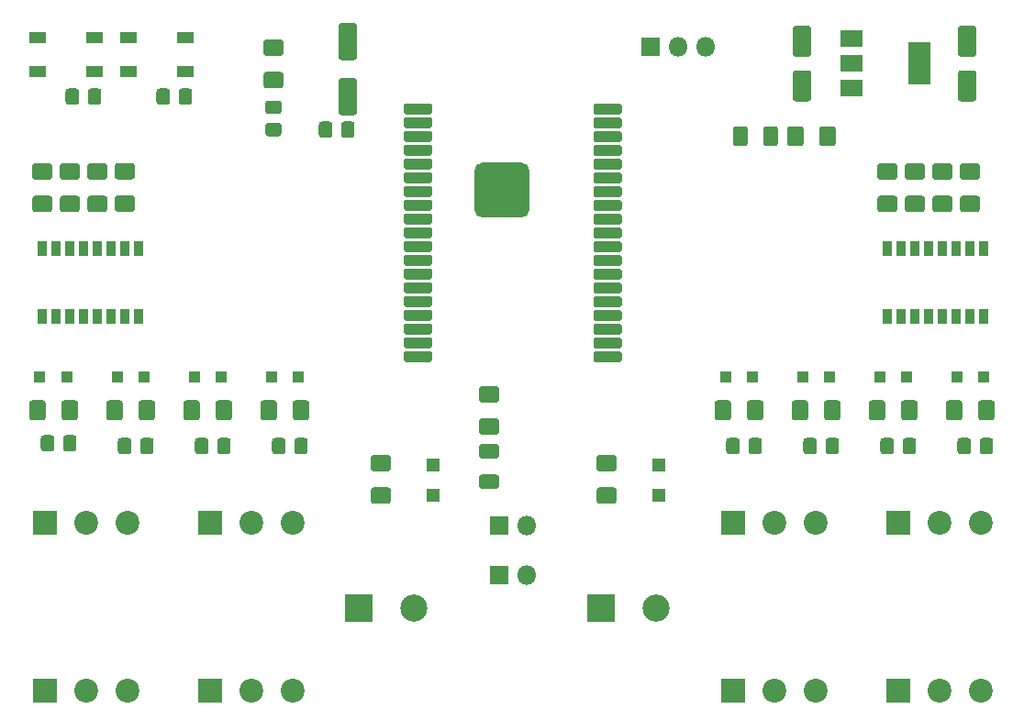
<source format=gbr>
G04 #@! TF.GenerationSoftware,KiCad,Pcbnew,(5.1.6)-1*
G04 #@! TF.CreationDate,2020-11-07T12:23:27+01:00*
G04 #@! TF.ProjectId,8-DI-ESP32-PCB,382d4449-2d45-4535-9033-322d5043422e,rev?*
G04 #@! TF.SameCoordinates,Original*
G04 #@! TF.FileFunction,Soldermask,Top*
G04 #@! TF.FilePolarity,Negative*
%FSLAX46Y46*%
G04 Gerber Fmt 4.6, Leading zero omitted, Abs format (unit mm)*
G04 Created by KiCad (PCBNEW (5.1.6)-1) date 2020-11-07 12:23:27*
%MOMM*%
%LPD*%
G01*
G04 APERTURE LIST*
%ADD10O,1.800000X1.800000*%
%ADD11R,1.800000X1.800000*%
%ADD12R,1.649400X1.090600*%
%ADD13R,1.200000X1.200000*%
%ADD14C,2.200000*%
%ADD15R,2.200000X2.200000*%
%ADD16R,2.100000X1.600000*%
%ADD17R,2.100000X3.900000*%
%ADD18R,0.900000X1.400000*%
%ADD19C,2.500000*%
%ADD20R,2.500000X2.500000*%
%ADD21R,1.100000X1.100000*%
G04 APERTURE END LIST*
D10*
X162814000Y-64008000D03*
X160274000Y-64008000D03*
D11*
X157734000Y-64008000D03*
D12*
X114808000Y-63094002D03*
X114808000Y-66294000D03*
X109557998Y-66294000D03*
X109557998Y-63094002D03*
X106426000Y-63094002D03*
X106426000Y-66294000D03*
X101175998Y-66294000D03*
X101175998Y-63094002D03*
D13*
X158496000Y-105410000D03*
X158496000Y-102610000D03*
X137668000Y-105410000D03*
X137668000Y-102610000D03*
G36*
G01*
X153012544Y-104647500D02*
X154327456Y-104647500D01*
G75*
G02*
X154595000Y-104915044I0J-267544D01*
G01*
X154595000Y-105904956D01*
G75*
G02*
X154327456Y-106172500I-267544J0D01*
G01*
X153012544Y-106172500D01*
G75*
G02*
X152745000Y-105904956I0J267544D01*
G01*
X152745000Y-104915044D01*
G75*
G02*
X153012544Y-104647500I267544J0D01*
G01*
G37*
G36*
G01*
X153012544Y-101672500D02*
X154327456Y-101672500D01*
G75*
G02*
X154595000Y-101940044I0J-267544D01*
G01*
X154595000Y-102929956D01*
G75*
G02*
X154327456Y-103197500I-267544J0D01*
G01*
X153012544Y-103197500D01*
G75*
G02*
X152745000Y-102929956I0J267544D01*
G01*
X152745000Y-101940044D01*
G75*
G02*
X153012544Y-101672500I267544J0D01*
G01*
G37*
G36*
G01*
X132184544Y-104647500D02*
X133499456Y-104647500D01*
G75*
G02*
X133767000Y-104915044I0J-267544D01*
G01*
X133767000Y-105904956D01*
G75*
G02*
X133499456Y-106172500I-267544J0D01*
G01*
X132184544Y-106172500D01*
G75*
G02*
X131917000Y-105904956I0J267544D01*
G01*
X131917000Y-104915044D01*
G75*
G02*
X132184544Y-104647500I267544J0D01*
G01*
G37*
G36*
G01*
X132184544Y-101672500D02*
X133499456Y-101672500D01*
G75*
G02*
X133767000Y-101940044I0J-267544D01*
G01*
X133767000Y-102929956D01*
G75*
G02*
X133499456Y-103197500I-267544J0D01*
G01*
X132184544Y-103197500D01*
G75*
G02*
X131917000Y-102929956I0J267544D01*
G01*
X131917000Y-101940044D01*
G75*
G02*
X132184544Y-101672500I267544J0D01*
G01*
G37*
D14*
X188214000Y-107950000D03*
X184404000Y-107950000D03*
D15*
X180594000Y-107950000D03*
D16*
X176276000Y-63232000D03*
X176276000Y-67832000D03*
X176276000Y-65532000D03*
D17*
X182576000Y-65532000D03*
G36*
G01*
X141468000Y-79001000D02*
X141468000Y-75431000D01*
G75*
G02*
X142233000Y-74666000I765000J0D01*
G01*
X145803000Y-74666000D01*
G75*
G02*
X146568000Y-75431000I0J-765000D01*
G01*
X146568000Y-79001000D01*
G75*
G02*
X145803000Y-79766000I-765000J0D01*
G01*
X142233000Y-79766000D01*
G75*
G02*
X141468000Y-79001000I0J765000D01*
G01*
G37*
G36*
G01*
X152468000Y-70066000D02*
X152468000Y-69366000D01*
G75*
G02*
X152618000Y-69216000I150000J0D01*
G01*
X154918000Y-69216000D01*
G75*
G02*
X155068000Y-69366000I0J-150000D01*
G01*
X155068000Y-70066000D01*
G75*
G02*
X154918000Y-70216000I-150000J0D01*
G01*
X152618000Y-70216000D01*
G75*
G02*
X152468000Y-70066000I0J150000D01*
G01*
G37*
G36*
G01*
X152468000Y-71336000D02*
X152468000Y-70636000D01*
G75*
G02*
X152618000Y-70486000I150000J0D01*
G01*
X154918000Y-70486000D01*
G75*
G02*
X155068000Y-70636000I0J-150000D01*
G01*
X155068000Y-71336000D01*
G75*
G02*
X154918000Y-71486000I-150000J0D01*
G01*
X152618000Y-71486000D01*
G75*
G02*
X152468000Y-71336000I0J150000D01*
G01*
G37*
G36*
G01*
X152468000Y-72606000D02*
X152468000Y-71906000D01*
G75*
G02*
X152618000Y-71756000I150000J0D01*
G01*
X154918000Y-71756000D01*
G75*
G02*
X155068000Y-71906000I0J-150000D01*
G01*
X155068000Y-72606000D01*
G75*
G02*
X154918000Y-72756000I-150000J0D01*
G01*
X152618000Y-72756000D01*
G75*
G02*
X152468000Y-72606000I0J150000D01*
G01*
G37*
G36*
G01*
X152468000Y-73876000D02*
X152468000Y-73176000D01*
G75*
G02*
X152618000Y-73026000I150000J0D01*
G01*
X154918000Y-73026000D01*
G75*
G02*
X155068000Y-73176000I0J-150000D01*
G01*
X155068000Y-73876000D01*
G75*
G02*
X154918000Y-74026000I-150000J0D01*
G01*
X152618000Y-74026000D01*
G75*
G02*
X152468000Y-73876000I0J150000D01*
G01*
G37*
G36*
G01*
X152468000Y-75146000D02*
X152468000Y-74446000D01*
G75*
G02*
X152618000Y-74296000I150000J0D01*
G01*
X154918000Y-74296000D01*
G75*
G02*
X155068000Y-74446000I0J-150000D01*
G01*
X155068000Y-75146000D01*
G75*
G02*
X154918000Y-75296000I-150000J0D01*
G01*
X152618000Y-75296000D01*
G75*
G02*
X152468000Y-75146000I0J150000D01*
G01*
G37*
G36*
G01*
X152468000Y-76416000D02*
X152468000Y-75716000D01*
G75*
G02*
X152618000Y-75566000I150000J0D01*
G01*
X154918000Y-75566000D01*
G75*
G02*
X155068000Y-75716000I0J-150000D01*
G01*
X155068000Y-76416000D01*
G75*
G02*
X154918000Y-76566000I-150000J0D01*
G01*
X152618000Y-76566000D01*
G75*
G02*
X152468000Y-76416000I0J150000D01*
G01*
G37*
G36*
G01*
X152468000Y-77686000D02*
X152468000Y-76986000D01*
G75*
G02*
X152618000Y-76836000I150000J0D01*
G01*
X154918000Y-76836000D01*
G75*
G02*
X155068000Y-76986000I0J-150000D01*
G01*
X155068000Y-77686000D01*
G75*
G02*
X154918000Y-77836000I-150000J0D01*
G01*
X152618000Y-77836000D01*
G75*
G02*
X152468000Y-77686000I0J150000D01*
G01*
G37*
G36*
G01*
X152468000Y-78956000D02*
X152468000Y-78256000D01*
G75*
G02*
X152618000Y-78106000I150000J0D01*
G01*
X154918000Y-78106000D01*
G75*
G02*
X155068000Y-78256000I0J-150000D01*
G01*
X155068000Y-78956000D01*
G75*
G02*
X154918000Y-79106000I-150000J0D01*
G01*
X152618000Y-79106000D01*
G75*
G02*
X152468000Y-78956000I0J150000D01*
G01*
G37*
G36*
G01*
X152468000Y-80226000D02*
X152468000Y-79526000D01*
G75*
G02*
X152618000Y-79376000I150000J0D01*
G01*
X154918000Y-79376000D01*
G75*
G02*
X155068000Y-79526000I0J-150000D01*
G01*
X155068000Y-80226000D01*
G75*
G02*
X154918000Y-80376000I-150000J0D01*
G01*
X152618000Y-80376000D01*
G75*
G02*
X152468000Y-80226000I0J150000D01*
G01*
G37*
G36*
G01*
X152468000Y-81496000D02*
X152468000Y-80796000D01*
G75*
G02*
X152618000Y-80646000I150000J0D01*
G01*
X154918000Y-80646000D01*
G75*
G02*
X155068000Y-80796000I0J-150000D01*
G01*
X155068000Y-81496000D01*
G75*
G02*
X154918000Y-81646000I-150000J0D01*
G01*
X152618000Y-81646000D01*
G75*
G02*
X152468000Y-81496000I0J150000D01*
G01*
G37*
G36*
G01*
X152468000Y-82766000D02*
X152468000Y-82066000D01*
G75*
G02*
X152618000Y-81916000I150000J0D01*
G01*
X154918000Y-81916000D01*
G75*
G02*
X155068000Y-82066000I0J-150000D01*
G01*
X155068000Y-82766000D01*
G75*
G02*
X154918000Y-82916000I-150000J0D01*
G01*
X152618000Y-82916000D01*
G75*
G02*
X152468000Y-82766000I0J150000D01*
G01*
G37*
G36*
G01*
X152468000Y-84036000D02*
X152468000Y-83336000D01*
G75*
G02*
X152618000Y-83186000I150000J0D01*
G01*
X154918000Y-83186000D01*
G75*
G02*
X155068000Y-83336000I0J-150000D01*
G01*
X155068000Y-84036000D01*
G75*
G02*
X154918000Y-84186000I-150000J0D01*
G01*
X152618000Y-84186000D01*
G75*
G02*
X152468000Y-84036000I0J150000D01*
G01*
G37*
G36*
G01*
X152468000Y-85306000D02*
X152468000Y-84606000D01*
G75*
G02*
X152618000Y-84456000I150000J0D01*
G01*
X154918000Y-84456000D01*
G75*
G02*
X155068000Y-84606000I0J-150000D01*
G01*
X155068000Y-85306000D01*
G75*
G02*
X154918000Y-85456000I-150000J0D01*
G01*
X152618000Y-85456000D01*
G75*
G02*
X152468000Y-85306000I0J150000D01*
G01*
G37*
G36*
G01*
X152468000Y-86576000D02*
X152468000Y-85876000D01*
G75*
G02*
X152618000Y-85726000I150000J0D01*
G01*
X154918000Y-85726000D01*
G75*
G02*
X155068000Y-85876000I0J-150000D01*
G01*
X155068000Y-86576000D01*
G75*
G02*
X154918000Y-86726000I-150000J0D01*
G01*
X152618000Y-86726000D01*
G75*
G02*
X152468000Y-86576000I0J150000D01*
G01*
G37*
G36*
G01*
X152468000Y-87846000D02*
X152468000Y-87146000D01*
G75*
G02*
X152618000Y-86996000I150000J0D01*
G01*
X154918000Y-86996000D01*
G75*
G02*
X155068000Y-87146000I0J-150000D01*
G01*
X155068000Y-87846000D01*
G75*
G02*
X154918000Y-87996000I-150000J0D01*
G01*
X152618000Y-87996000D01*
G75*
G02*
X152468000Y-87846000I0J150000D01*
G01*
G37*
G36*
G01*
X152468000Y-89116000D02*
X152468000Y-88416000D01*
G75*
G02*
X152618000Y-88266000I150000J0D01*
G01*
X154918000Y-88266000D01*
G75*
G02*
X155068000Y-88416000I0J-150000D01*
G01*
X155068000Y-89116000D01*
G75*
G02*
X154918000Y-89266000I-150000J0D01*
G01*
X152618000Y-89266000D01*
G75*
G02*
X152468000Y-89116000I0J150000D01*
G01*
G37*
G36*
G01*
X152468000Y-90386000D02*
X152468000Y-89686000D01*
G75*
G02*
X152618000Y-89536000I150000J0D01*
G01*
X154918000Y-89536000D01*
G75*
G02*
X155068000Y-89686000I0J-150000D01*
G01*
X155068000Y-90386000D01*
G75*
G02*
X154918000Y-90536000I-150000J0D01*
G01*
X152618000Y-90536000D01*
G75*
G02*
X152468000Y-90386000I0J150000D01*
G01*
G37*
G36*
G01*
X152468000Y-91656000D02*
X152468000Y-90956000D01*
G75*
G02*
X152618000Y-90806000I150000J0D01*
G01*
X154918000Y-90806000D01*
G75*
G02*
X155068000Y-90956000I0J-150000D01*
G01*
X155068000Y-91656000D01*
G75*
G02*
X154918000Y-91806000I-150000J0D01*
G01*
X152618000Y-91806000D01*
G75*
G02*
X152468000Y-91656000I0J150000D01*
G01*
G37*
G36*
G01*
X152468000Y-92926000D02*
X152468000Y-92226000D01*
G75*
G02*
X152618000Y-92076000I150000J0D01*
G01*
X154918000Y-92076000D01*
G75*
G02*
X155068000Y-92226000I0J-150000D01*
G01*
X155068000Y-92926000D01*
G75*
G02*
X154918000Y-93076000I-150000J0D01*
G01*
X152618000Y-93076000D01*
G75*
G02*
X152468000Y-92926000I0J150000D01*
G01*
G37*
G36*
G01*
X134968000Y-70066000D02*
X134968000Y-69366000D01*
G75*
G02*
X135118000Y-69216000I150000J0D01*
G01*
X137418000Y-69216000D01*
G75*
G02*
X137568000Y-69366000I0J-150000D01*
G01*
X137568000Y-70066000D01*
G75*
G02*
X137418000Y-70216000I-150000J0D01*
G01*
X135118000Y-70216000D01*
G75*
G02*
X134968000Y-70066000I0J150000D01*
G01*
G37*
G36*
G01*
X134968000Y-71336000D02*
X134968000Y-70636000D01*
G75*
G02*
X135118000Y-70486000I150000J0D01*
G01*
X137418000Y-70486000D01*
G75*
G02*
X137568000Y-70636000I0J-150000D01*
G01*
X137568000Y-71336000D01*
G75*
G02*
X137418000Y-71486000I-150000J0D01*
G01*
X135118000Y-71486000D01*
G75*
G02*
X134968000Y-71336000I0J150000D01*
G01*
G37*
G36*
G01*
X134968000Y-72606000D02*
X134968000Y-71906000D01*
G75*
G02*
X135118000Y-71756000I150000J0D01*
G01*
X137418000Y-71756000D01*
G75*
G02*
X137568000Y-71906000I0J-150000D01*
G01*
X137568000Y-72606000D01*
G75*
G02*
X137418000Y-72756000I-150000J0D01*
G01*
X135118000Y-72756000D01*
G75*
G02*
X134968000Y-72606000I0J150000D01*
G01*
G37*
G36*
G01*
X134968000Y-73876000D02*
X134968000Y-73176000D01*
G75*
G02*
X135118000Y-73026000I150000J0D01*
G01*
X137418000Y-73026000D01*
G75*
G02*
X137568000Y-73176000I0J-150000D01*
G01*
X137568000Y-73876000D01*
G75*
G02*
X137418000Y-74026000I-150000J0D01*
G01*
X135118000Y-74026000D01*
G75*
G02*
X134968000Y-73876000I0J150000D01*
G01*
G37*
G36*
G01*
X134968000Y-75146000D02*
X134968000Y-74446000D01*
G75*
G02*
X135118000Y-74296000I150000J0D01*
G01*
X137418000Y-74296000D01*
G75*
G02*
X137568000Y-74446000I0J-150000D01*
G01*
X137568000Y-75146000D01*
G75*
G02*
X137418000Y-75296000I-150000J0D01*
G01*
X135118000Y-75296000D01*
G75*
G02*
X134968000Y-75146000I0J150000D01*
G01*
G37*
G36*
G01*
X134968000Y-76416000D02*
X134968000Y-75716000D01*
G75*
G02*
X135118000Y-75566000I150000J0D01*
G01*
X137418000Y-75566000D01*
G75*
G02*
X137568000Y-75716000I0J-150000D01*
G01*
X137568000Y-76416000D01*
G75*
G02*
X137418000Y-76566000I-150000J0D01*
G01*
X135118000Y-76566000D01*
G75*
G02*
X134968000Y-76416000I0J150000D01*
G01*
G37*
G36*
G01*
X134968000Y-77686000D02*
X134968000Y-76986000D01*
G75*
G02*
X135118000Y-76836000I150000J0D01*
G01*
X137418000Y-76836000D01*
G75*
G02*
X137568000Y-76986000I0J-150000D01*
G01*
X137568000Y-77686000D01*
G75*
G02*
X137418000Y-77836000I-150000J0D01*
G01*
X135118000Y-77836000D01*
G75*
G02*
X134968000Y-77686000I0J150000D01*
G01*
G37*
G36*
G01*
X134968000Y-78956000D02*
X134968000Y-78256000D01*
G75*
G02*
X135118000Y-78106000I150000J0D01*
G01*
X137418000Y-78106000D01*
G75*
G02*
X137568000Y-78256000I0J-150000D01*
G01*
X137568000Y-78956000D01*
G75*
G02*
X137418000Y-79106000I-150000J0D01*
G01*
X135118000Y-79106000D01*
G75*
G02*
X134968000Y-78956000I0J150000D01*
G01*
G37*
G36*
G01*
X134968000Y-80226000D02*
X134968000Y-79526000D01*
G75*
G02*
X135118000Y-79376000I150000J0D01*
G01*
X137418000Y-79376000D01*
G75*
G02*
X137568000Y-79526000I0J-150000D01*
G01*
X137568000Y-80226000D01*
G75*
G02*
X137418000Y-80376000I-150000J0D01*
G01*
X135118000Y-80376000D01*
G75*
G02*
X134968000Y-80226000I0J150000D01*
G01*
G37*
G36*
G01*
X134968000Y-81496000D02*
X134968000Y-80796000D01*
G75*
G02*
X135118000Y-80646000I150000J0D01*
G01*
X137418000Y-80646000D01*
G75*
G02*
X137568000Y-80796000I0J-150000D01*
G01*
X137568000Y-81496000D01*
G75*
G02*
X137418000Y-81646000I-150000J0D01*
G01*
X135118000Y-81646000D01*
G75*
G02*
X134968000Y-81496000I0J150000D01*
G01*
G37*
G36*
G01*
X134968000Y-82766000D02*
X134968000Y-82066000D01*
G75*
G02*
X135118000Y-81916000I150000J0D01*
G01*
X137418000Y-81916000D01*
G75*
G02*
X137568000Y-82066000I0J-150000D01*
G01*
X137568000Y-82766000D01*
G75*
G02*
X137418000Y-82916000I-150000J0D01*
G01*
X135118000Y-82916000D01*
G75*
G02*
X134968000Y-82766000I0J150000D01*
G01*
G37*
G36*
G01*
X134968000Y-84036000D02*
X134968000Y-83336000D01*
G75*
G02*
X135118000Y-83186000I150000J0D01*
G01*
X137418000Y-83186000D01*
G75*
G02*
X137568000Y-83336000I0J-150000D01*
G01*
X137568000Y-84036000D01*
G75*
G02*
X137418000Y-84186000I-150000J0D01*
G01*
X135118000Y-84186000D01*
G75*
G02*
X134968000Y-84036000I0J150000D01*
G01*
G37*
G36*
G01*
X134968000Y-85306000D02*
X134968000Y-84606000D01*
G75*
G02*
X135118000Y-84456000I150000J0D01*
G01*
X137418000Y-84456000D01*
G75*
G02*
X137568000Y-84606000I0J-150000D01*
G01*
X137568000Y-85306000D01*
G75*
G02*
X137418000Y-85456000I-150000J0D01*
G01*
X135118000Y-85456000D01*
G75*
G02*
X134968000Y-85306000I0J150000D01*
G01*
G37*
G36*
G01*
X134968000Y-86576000D02*
X134968000Y-85876000D01*
G75*
G02*
X135118000Y-85726000I150000J0D01*
G01*
X137418000Y-85726000D01*
G75*
G02*
X137568000Y-85876000I0J-150000D01*
G01*
X137568000Y-86576000D01*
G75*
G02*
X137418000Y-86726000I-150000J0D01*
G01*
X135118000Y-86726000D01*
G75*
G02*
X134968000Y-86576000I0J150000D01*
G01*
G37*
G36*
G01*
X134968000Y-87846000D02*
X134968000Y-87146000D01*
G75*
G02*
X135118000Y-86996000I150000J0D01*
G01*
X137418000Y-86996000D01*
G75*
G02*
X137568000Y-87146000I0J-150000D01*
G01*
X137568000Y-87846000D01*
G75*
G02*
X137418000Y-87996000I-150000J0D01*
G01*
X135118000Y-87996000D01*
G75*
G02*
X134968000Y-87846000I0J150000D01*
G01*
G37*
G36*
G01*
X134968000Y-89116000D02*
X134968000Y-88416000D01*
G75*
G02*
X135118000Y-88266000I150000J0D01*
G01*
X137418000Y-88266000D01*
G75*
G02*
X137568000Y-88416000I0J-150000D01*
G01*
X137568000Y-89116000D01*
G75*
G02*
X137418000Y-89266000I-150000J0D01*
G01*
X135118000Y-89266000D01*
G75*
G02*
X134968000Y-89116000I0J150000D01*
G01*
G37*
G36*
G01*
X134968000Y-90386000D02*
X134968000Y-89686000D01*
G75*
G02*
X135118000Y-89536000I150000J0D01*
G01*
X137418000Y-89536000D01*
G75*
G02*
X137568000Y-89686000I0J-150000D01*
G01*
X137568000Y-90386000D01*
G75*
G02*
X137418000Y-90536000I-150000J0D01*
G01*
X135118000Y-90536000D01*
G75*
G02*
X134968000Y-90386000I0J150000D01*
G01*
G37*
G36*
G01*
X134968000Y-91656000D02*
X134968000Y-90956000D01*
G75*
G02*
X135118000Y-90806000I150000J0D01*
G01*
X137418000Y-90806000D01*
G75*
G02*
X137568000Y-90956000I0J-150000D01*
G01*
X137568000Y-91656000D01*
G75*
G02*
X137418000Y-91806000I-150000J0D01*
G01*
X135118000Y-91806000D01*
G75*
G02*
X134968000Y-91656000I0J150000D01*
G01*
G37*
G36*
G01*
X134968000Y-92926000D02*
X134968000Y-92226000D01*
G75*
G02*
X135118000Y-92076000I150000J0D01*
G01*
X137418000Y-92076000D01*
G75*
G02*
X137568000Y-92226000I0J-150000D01*
G01*
X137568000Y-92926000D01*
G75*
G02*
X137418000Y-93076000I-150000J0D01*
G01*
X135118000Y-93076000D01*
G75*
G02*
X134968000Y-92926000I0J150000D01*
G01*
G37*
D18*
X179578000Y-82600000D03*
X180858000Y-82600000D03*
X182118000Y-82600000D03*
X183388000Y-82600000D03*
X184668000Y-82600000D03*
X185938000Y-82600000D03*
X187198000Y-82600000D03*
X188478000Y-82600000D03*
X188478000Y-88900000D03*
X187198000Y-88900000D03*
X185938000Y-88900000D03*
X184668000Y-88900000D03*
X183388000Y-88900000D03*
X182118000Y-88900000D03*
X180858000Y-88900000D03*
X179578000Y-88900000D03*
X101600000Y-82600000D03*
X102880000Y-82600000D03*
X104140000Y-82600000D03*
X105410000Y-82600000D03*
X106690000Y-82600000D03*
X107960000Y-82600000D03*
X109220000Y-82600000D03*
X110500000Y-82600000D03*
X110500000Y-88900000D03*
X109220000Y-88900000D03*
X107960000Y-88900000D03*
X106690000Y-88900000D03*
X105410000Y-88900000D03*
X104140000Y-88900000D03*
X102880000Y-88900000D03*
X101600000Y-88900000D03*
G36*
G01*
X171856500Y-71582544D02*
X171856500Y-72897456D01*
G75*
G02*
X171588956Y-73165000I-267544J0D01*
G01*
X170599044Y-73165000D01*
G75*
G02*
X170331500Y-72897456I0J267544D01*
G01*
X170331500Y-71582544D01*
G75*
G02*
X170599044Y-71315000I267544J0D01*
G01*
X171588956Y-71315000D01*
G75*
G02*
X171856500Y-71582544I0J-267544D01*
G01*
G37*
G36*
G01*
X174831500Y-71582544D02*
X174831500Y-72897456D01*
G75*
G02*
X174563956Y-73165000I-267544J0D01*
G01*
X173574044Y-73165000D01*
G75*
G02*
X173306500Y-72897456I0J267544D01*
G01*
X173306500Y-71582544D01*
G75*
G02*
X173574044Y-71315000I267544J0D01*
G01*
X174563956Y-71315000D01*
G75*
G02*
X174831500Y-71582544I0J-267544D01*
G01*
G37*
G36*
G01*
X142170544Y-98281500D02*
X143485456Y-98281500D01*
G75*
G02*
X143753000Y-98549044I0J-267544D01*
G01*
X143753000Y-99538956D01*
G75*
G02*
X143485456Y-99806500I-267544J0D01*
G01*
X142170544Y-99806500D01*
G75*
G02*
X141903000Y-99538956I0J267544D01*
G01*
X141903000Y-98549044D01*
G75*
G02*
X142170544Y-98281500I267544J0D01*
G01*
G37*
G36*
G01*
X142170544Y-95306500D02*
X143485456Y-95306500D01*
G75*
G02*
X143753000Y-95574044I0J-267544D01*
G01*
X143753000Y-96563956D01*
G75*
G02*
X143485456Y-96831500I-267544J0D01*
G01*
X142170544Y-96831500D01*
G75*
G02*
X141903000Y-96563956I0J267544D01*
G01*
X141903000Y-95574044D01*
G75*
G02*
X142170544Y-95306500I267544J0D01*
G01*
G37*
G36*
G01*
X122278544Y-66293500D02*
X123593456Y-66293500D01*
G75*
G02*
X123861000Y-66561044I0J-267544D01*
G01*
X123861000Y-67550956D01*
G75*
G02*
X123593456Y-67818500I-267544J0D01*
G01*
X122278544Y-67818500D01*
G75*
G02*
X122011000Y-67550956I0J267544D01*
G01*
X122011000Y-66561044D01*
G75*
G02*
X122278544Y-66293500I267544J0D01*
G01*
G37*
G36*
G01*
X122278544Y-63318500D02*
X123593456Y-63318500D01*
G75*
G02*
X123861000Y-63586044I0J-267544D01*
G01*
X123861000Y-64575956D01*
G75*
G02*
X123593456Y-64843500I-267544J0D01*
G01*
X122278544Y-64843500D01*
G75*
G02*
X122011000Y-64575956I0J267544D01*
G01*
X122011000Y-63586044D01*
G75*
G02*
X122278544Y-63318500I267544J0D01*
G01*
G37*
G36*
G01*
X186540544Y-77723500D02*
X187855456Y-77723500D01*
G75*
G02*
X188123000Y-77991044I0J-267544D01*
G01*
X188123000Y-78980956D01*
G75*
G02*
X187855456Y-79248500I-267544J0D01*
G01*
X186540544Y-79248500D01*
G75*
G02*
X186273000Y-78980956I0J267544D01*
G01*
X186273000Y-77991044D01*
G75*
G02*
X186540544Y-77723500I267544J0D01*
G01*
G37*
G36*
G01*
X186540544Y-74748500D02*
X187855456Y-74748500D01*
G75*
G02*
X188123000Y-75016044I0J-267544D01*
G01*
X188123000Y-76005956D01*
G75*
G02*
X187855456Y-76273500I-267544J0D01*
G01*
X186540544Y-76273500D01*
G75*
G02*
X186273000Y-76005956I0J267544D01*
G01*
X186273000Y-75016044D01*
G75*
G02*
X186540544Y-74748500I267544J0D01*
G01*
G37*
G36*
G01*
X184000544Y-77723500D02*
X185315456Y-77723500D01*
G75*
G02*
X185583000Y-77991044I0J-267544D01*
G01*
X185583000Y-78980956D01*
G75*
G02*
X185315456Y-79248500I-267544J0D01*
G01*
X184000544Y-79248500D01*
G75*
G02*
X183733000Y-78980956I0J267544D01*
G01*
X183733000Y-77991044D01*
G75*
G02*
X184000544Y-77723500I267544J0D01*
G01*
G37*
G36*
G01*
X184000544Y-74748500D02*
X185315456Y-74748500D01*
G75*
G02*
X185583000Y-75016044I0J-267544D01*
G01*
X185583000Y-76005956D01*
G75*
G02*
X185315456Y-76273500I-267544J0D01*
G01*
X184000544Y-76273500D01*
G75*
G02*
X183733000Y-76005956I0J267544D01*
G01*
X183733000Y-75016044D01*
G75*
G02*
X184000544Y-74748500I267544J0D01*
G01*
G37*
G36*
G01*
X181460544Y-77723500D02*
X182775456Y-77723500D01*
G75*
G02*
X183043000Y-77991044I0J-267544D01*
G01*
X183043000Y-78980956D01*
G75*
G02*
X182775456Y-79248500I-267544J0D01*
G01*
X181460544Y-79248500D01*
G75*
G02*
X181193000Y-78980956I0J267544D01*
G01*
X181193000Y-77991044D01*
G75*
G02*
X181460544Y-77723500I267544J0D01*
G01*
G37*
G36*
G01*
X181460544Y-74748500D02*
X182775456Y-74748500D01*
G75*
G02*
X183043000Y-75016044I0J-267544D01*
G01*
X183043000Y-76005956D01*
G75*
G02*
X182775456Y-76273500I-267544J0D01*
G01*
X181460544Y-76273500D01*
G75*
G02*
X181193000Y-76005956I0J267544D01*
G01*
X181193000Y-75016044D01*
G75*
G02*
X181460544Y-74748500I267544J0D01*
G01*
G37*
G36*
G01*
X178920544Y-77723500D02*
X180235456Y-77723500D01*
G75*
G02*
X180503000Y-77991044I0J-267544D01*
G01*
X180503000Y-78980956D01*
G75*
G02*
X180235456Y-79248500I-267544J0D01*
G01*
X178920544Y-79248500D01*
G75*
G02*
X178653000Y-78980956I0J267544D01*
G01*
X178653000Y-77991044D01*
G75*
G02*
X178920544Y-77723500I267544J0D01*
G01*
G37*
G36*
G01*
X178920544Y-74748500D02*
X180235456Y-74748500D01*
G75*
G02*
X180503000Y-75016044I0J-267544D01*
G01*
X180503000Y-76005956D01*
G75*
G02*
X180235456Y-76273500I-267544J0D01*
G01*
X178920544Y-76273500D01*
G75*
G02*
X178653000Y-76005956I0J267544D01*
G01*
X178653000Y-75016044D01*
G75*
G02*
X178920544Y-74748500I267544J0D01*
G01*
G37*
G36*
G01*
X108562544Y-77687000D02*
X109877456Y-77687000D01*
G75*
G02*
X110145000Y-77954544I0J-267544D01*
G01*
X110145000Y-78944456D01*
G75*
G02*
X109877456Y-79212000I-267544J0D01*
G01*
X108562544Y-79212000D01*
G75*
G02*
X108295000Y-78944456I0J267544D01*
G01*
X108295000Y-77954544D01*
G75*
G02*
X108562544Y-77687000I267544J0D01*
G01*
G37*
G36*
G01*
X108562544Y-74712000D02*
X109877456Y-74712000D01*
G75*
G02*
X110145000Y-74979544I0J-267544D01*
G01*
X110145000Y-75969456D01*
G75*
G02*
X109877456Y-76237000I-267544J0D01*
G01*
X108562544Y-76237000D01*
G75*
G02*
X108295000Y-75969456I0J267544D01*
G01*
X108295000Y-74979544D01*
G75*
G02*
X108562544Y-74712000I267544J0D01*
G01*
G37*
G36*
G01*
X106022544Y-77723500D02*
X107337456Y-77723500D01*
G75*
G02*
X107605000Y-77991044I0J-267544D01*
G01*
X107605000Y-78980956D01*
G75*
G02*
X107337456Y-79248500I-267544J0D01*
G01*
X106022544Y-79248500D01*
G75*
G02*
X105755000Y-78980956I0J267544D01*
G01*
X105755000Y-77991044D01*
G75*
G02*
X106022544Y-77723500I267544J0D01*
G01*
G37*
G36*
G01*
X106022544Y-74748500D02*
X107337456Y-74748500D01*
G75*
G02*
X107605000Y-75016044I0J-267544D01*
G01*
X107605000Y-76005956D01*
G75*
G02*
X107337456Y-76273500I-267544J0D01*
G01*
X106022544Y-76273500D01*
G75*
G02*
X105755000Y-76005956I0J267544D01*
G01*
X105755000Y-75016044D01*
G75*
G02*
X106022544Y-74748500I267544J0D01*
G01*
G37*
G36*
G01*
X103482544Y-77723500D02*
X104797456Y-77723500D01*
G75*
G02*
X105065000Y-77991044I0J-267544D01*
G01*
X105065000Y-78980956D01*
G75*
G02*
X104797456Y-79248500I-267544J0D01*
G01*
X103482544Y-79248500D01*
G75*
G02*
X103215000Y-78980956I0J267544D01*
G01*
X103215000Y-77991044D01*
G75*
G02*
X103482544Y-77723500I267544J0D01*
G01*
G37*
G36*
G01*
X103482544Y-74748500D02*
X104797456Y-74748500D01*
G75*
G02*
X105065000Y-75016044I0J-267544D01*
G01*
X105065000Y-76005956D01*
G75*
G02*
X104797456Y-76273500I-267544J0D01*
G01*
X103482544Y-76273500D01*
G75*
G02*
X103215000Y-76005956I0J267544D01*
G01*
X103215000Y-75016044D01*
G75*
G02*
X103482544Y-74748500I267544J0D01*
G01*
G37*
G36*
G01*
X100942544Y-77723500D02*
X102257456Y-77723500D01*
G75*
G02*
X102525000Y-77991044I0J-267544D01*
G01*
X102525000Y-78980956D01*
G75*
G02*
X102257456Y-79248500I-267544J0D01*
G01*
X100942544Y-79248500D01*
G75*
G02*
X100675000Y-78980956I0J267544D01*
G01*
X100675000Y-77991044D01*
G75*
G02*
X100942544Y-77723500I267544J0D01*
G01*
G37*
G36*
G01*
X100942544Y-74748500D02*
X102257456Y-74748500D01*
G75*
G02*
X102525000Y-75016044I0J-267544D01*
G01*
X102525000Y-76005956D01*
G75*
G02*
X102257456Y-76273500I-267544J0D01*
G01*
X100942544Y-76273500D01*
G75*
G02*
X100675000Y-76005956I0J267544D01*
G01*
X100675000Y-75016044D01*
G75*
G02*
X100942544Y-74748500I267544J0D01*
G01*
G37*
G36*
G01*
X187959500Y-98193456D02*
X187959500Y-96878544D01*
G75*
G02*
X188227044Y-96611000I267544J0D01*
G01*
X189216956Y-96611000D01*
G75*
G02*
X189484500Y-96878544I0J-267544D01*
G01*
X189484500Y-98193456D01*
G75*
G02*
X189216956Y-98461000I-267544J0D01*
G01*
X188227044Y-98461000D01*
G75*
G02*
X187959500Y-98193456I0J267544D01*
G01*
G37*
G36*
G01*
X184984500Y-98193456D02*
X184984500Y-96878544D01*
G75*
G02*
X185252044Y-96611000I267544J0D01*
G01*
X186241956Y-96611000D01*
G75*
G02*
X186509500Y-96878544I0J-267544D01*
G01*
X186509500Y-98193456D01*
G75*
G02*
X186241956Y-98461000I-267544J0D01*
G01*
X185252044Y-98461000D01*
G75*
G02*
X184984500Y-98193456I0J267544D01*
G01*
G37*
G36*
G01*
X180847500Y-98193456D02*
X180847500Y-96878544D01*
G75*
G02*
X181115044Y-96611000I267544J0D01*
G01*
X182104956Y-96611000D01*
G75*
G02*
X182372500Y-96878544I0J-267544D01*
G01*
X182372500Y-98193456D01*
G75*
G02*
X182104956Y-98461000I-267544J0D01*
G01*
X181115044Y-98461000D01*
G75*
G02*
X180847500Y-98193456I0J267544D01*
G01*
G37*
G36*
G01*
X177872500Y-98193456D02*
X177872500Y-96878544D01*
G75*
G02*
X178140044Y-96611000I267544J0D01*
G01*
X179129956Y-96611000D01*
G75*
G02*
X179397500Y-96878544I0J-267544D01*
G01*
X179397500Y-98193456D01*
G75*
G02*
X179129956Y-98461000I-267544J0D01*
G01*
X178140044Y-98461000D01*
G75*
G02*
X177872500Y-98193456I0J267544D01*
G01*
G37*
G36*
G01*
X173735500Y-98193456D02*
X173735500Y-96878544D01*
G75*
G02*
X174003044Y-96611000I267544J0D01*
G01*
X174992956Y-96611000D01*
G75*
G02*
X175260500Y-96878544I0J-267544D01*
G01*
X175260500Y-98193456D01*
G75*
G02*
X174992956Y-98461000I-267544J0D01*
G01*
X174003044Y-98461000D01*
G75*
G02*
X173735500Y-98193456I0J267544D01*
G01*
G37*
G36*
G01*
X170760500Y-98193456D02*
X170760500Y-96878544D01*
G75*
G02*
X171028044Y-96611000I267544J0D01*
G01*
X172017956Y-96611000D01*
G75*
G02*
X172285500Y-96878544I0J-267544D01*
G01*
X172285500Y-98193456D01*
G75*
G02*
X172017956Y-98461000I-267544J0D01*
G01*
X171028044Y-98461000D01*
G75*
G02*
X170760500Y-98193456I0J267544D01*
G01*
G37*
G36*
G01*
X166623500Y-98193456D02*
X166623500Y-96878544D01*
G75*
G02*
X166891044Y-96611000I267544J0D01*
G01*
X167880956Y-96611000D01*
G75*
G02*
X168148500Y-96878544I0J-267544D01*
G01*
X168148500Y-98193456D01*
G75*
G02*
X167880956Y-98461000I-267544J0D01*
G01*
X166891044Y-98461000D01*
G75*
G02*
X166623500Y-98193456I0J267544D01*
G01*
G37*
G36*
G01*
X163648500Y-98193456D02*
X163648500Y-96878544D01*
G75*
G02*
X163916044Y-96611000I267544J0D01*
G01*
X164905956Y-96611000D01*
G75*
G02*
X165173500Y-96878544I0J-267544D01*
G01*
X165173500Y-98193456D01*
G75*
G02*
X164905956Y-98461000I-267544J0D01*
G01*
X163916044Y-98461000D01*
G75*
G02*
X163648500Y-98193456I0J267544D01*
G01*
G37*
G36*
G01*
X124713500Y-98193456D02*
X124713500Y-96878544D01*
G75*
G02*
X124981044Y-96611000I267544J0D01*
G01*
X125970956Y-96611000D01*
G75*
G02*
X126238500Y-96878544I0J-267544D01*
G01*
X126238500Y-98193456D01*
G75*
G02*
X125970956Y-98461000I-267544J0D01*
G01*
X124981044Y-98461000D01*
G75*
G02*
X124713500Y-98193456I0J267544D01*
G01*
G37*
G36*
G01*
X121738500Y-98193456D02*
X121738500Y-96878544D01*
G75*
G02*
X122006044Y-96611000I267544J0D01*
G01*
X122995956Y-96611000D01*
G75*
G02*
X123263500Y-96878544I0J-267544D01*
G01*
X123263500Y-98193456D01*
G75*
G02*
X122995956Y-98461000I-267544J0D01*
G01*
X122006044Y-98461000D01*
G75*
G02*
X121738500Y-98193456I0J267544D01*
G01*
G37*
G36*
G01*
X117601500Y-98193456D02*
X117601500Y-96878544D01*
G75*
G02*
X117869044Y-96611000I267544J0D01*
G01*
X118858956Y-96611000D01*
G75*
G02*
X119126500Y-96878544I0J-267544D01*
G01*
X119126500Y-98193456D01*
G75*
G02*
X118858956Y-98461000I-267544J0D01*
G01*
X117869044Y-98461000D01*
G75*
G02*
X117601500Y-98193456I0J267544D01*
G01*
G37*
G36*
G01*
X114626500Y-98193456D02*
X114626500Y-96878544D01*
G75*
G02*
X114894044Y-96611000I267544J0D01*
G01*
X115883956Y-96611000D01*
G75*
G02*
X116151500Y-96878544I0J-267544D01*
G01*
X116151500Y-98193456D01*
G75*
G02*
X115883956Y-98461000I-267544J0D01*
G01*
X114894044Y-98461000D01*
G75*
G02*
X114626500Y-98193456I0J267544D01*
G01*
G37*
G36*
G01*
X110489500Y-98193456D02*
X110489500Y-96878544D01*
G75*
G02*
X110757044Y-96611000I267544J0D01*
G01*
X111746956Y-96611000D01*
G75*
G02*
X112014500Y-96878544I0J-267544D01*
G01*
X112014500Y-98193456D01*
G75*
G02*
X111746956Y-98461000I-267544J0D01*
G01*
X110757044Y-98461000D01*
G75*
G02*
X110489500Y-98193456I0J267544D01*
G01*
G37*
G36*
G01*
X107514500Y-98193456D02*
X107514500Y-96878544D01*
G75*
G02*
X107782044Y-96611000I267544J0D01*
G01*
X108771956Y-96611000D01*
G75*
G02*
X109039500Y-96878544I0J-267544D01*
G01*
X109039500Y-98193456D01*
G75*
G02*
X108771956Y-98461000I-267544J0D01*
G01*
X107782044Y-98461000D01*
G75*
G02*
X107514500Y-98193456I0J267544D01*
G01*
G37*
G36*
G01*
X103377500Y-98193456D02*
X103377500Y-96878544D01*
G75*
G02*
X103645044Y-96611000I267544J0D01*
G01*
X104634956Y-96611000D01*
G75*
G02*
X104902500Y-96878544I0J-267544D01*
G01*
X104902500Y-98193456D01*
G75*
G02*
X104634956Y-98461000I-267544J0D01*
G01*
X103645044Y-98461000D01*
G75*
G02*
X103377500Y-98193456I0J267544D01*
G01*
G37*
G36*
G01*
X100402500Y-98193456D02*
X100402500Y-96878544D01*
G75*
G02*
X100670044Y-96611000I267544J0D01*
G01*
X101659956Y-96611000D01*
G75*
G02*
X101927500Y-96878544I0J-267544D01*
G01*
X101927500Y-98193456D01*
G75*
G02*
X101659956Y-98461000I-267544J0D01*
G01*
X100670044Y-98461000D01*
G75*
G02*
X100402500Y-98193456I0J267544D01*
G01*
G37*
D10*
X146304000Y-112776000D03*
D11*
X143764000Y-112776000D03*
D10*
X146304000Y-108204000D03*
D11*
X143764000Y-108204000D03*
D19*
X158242000Y-115824000D03*
D20*
X153162000Y-115824000D03*
D19*
X135890000Y-115824000D03*
D20*
X130810000Y-115824000D03*
D14*
X188214000Y-123444000D03*
X184404000Y-123444000D03*
D15*
X180594000Y-123444000D03*
D14*
X172974000Y-107950000D03*
X169164000Y-107950000D03*
D15*
X165354000Y-107950000D03*
D14*
X172974000Y-123444000D03*
X169164000Y-123444000D03*
D15*
X165354000Y-123444000D03*
D14*
X124714000Y-107950000D03*
X120904000Y-107950000D03*
D15*
X117094000Y-107950000D03*
D14*
X124714000Y-123444000D03*
X120904000Y-123444000D03*
D15*
X117094000Y-123444000D03*
D14*
X109474000Y-107950000D03*
X105664000Y-107950000D03*
D15*
X101854000Y-107950000D03*
D14*
X109474000Y-123444000D03*
X105664000Y-123444000D03*
D15*
X101854000Y-123444000D03*
G36*
G01*
X168133000Y-72895000D02*
X168133000Y-71585000D01*
G75*
G02*
X168403000Y-71315000I270000J0D01*
G01*
X169213000Y-71315000D01*
G75*
G02*
X169483000Y-71585000I0J-270000D01*
G01*
X169483000Y-72895000D01*
G75*
G02*
X169213000Y-73165000I-270000J0D01*
G01*
X168403000Y-73165000D01*
G75*
G02*
X168133000Y-72895000I0J270000D01*
G01*
G37*
G36*
G01*
X165333000Y-72895000D02*
X165333000Y-71585000D01*
G75*
G02*
X165603000Y-71315000I270000J0D01*
G01*
X166413000Y-71315000D01*
G75*
G02*
X166683000Y-71585000I0J-270000D01*
G01*
X166683000Y-72895000D01*
G75*
G02*
X166413000Y-73165000I-270000J0D01*
G01*
X165603000Y-73165000D01*
G75*
G02*
X165333000Y-72895000I0J270000D01*
G01*
G37*
G36*
G01*
X143483000Y-102005000D02*
X142173000Y-102005000D01*
G75*
G02*
X141903000Y-101735000I0J270000D01*
G01*
X141903000Y-100925000D01*
G75*
G02*
X142173000Y-100655000I270000J0D01*
G01*
X143483000Y-100655000D01*
G75*
G02*
X143753000Y-100925000I0J-270000D01*
G01*
X143753000Y-101735000D01*
G75*
G02*
X143483000Y-102005000I-270000J0D01*
G01*
G37*
G36*
G01*
X143483000Y-104805000D02*
X142173000Y-104805000D01*
G75*
G02*
X141903000Y-104535000I0J270000D01*
G01*
X141903000Y-103725000D01*
G75*
G02*
X142173000Y-103455000I270000J0D01*
G01*
X143483000Y-103455000D01*
G75*
G02*
X143753000Y-103725000I0J-270000D01*
G01*
X143753000Y-104535000D01*
G75*
G02*
X143483000Y-104805000I-270000J0D01*
G01*
G37*
D21*
X185968000Y-94488000D03*
X188468000Y-94488000D03*
X178856000Y-94488000D03*
X181356000Y-94488000D03*
X171744000Y-94488000D03*
X174244000Y-94488000D03*
X164632000Y-94488000D03*
X167132000Y-94488000D03*
X122722000Y-94488000D03*
X125222000Y-94488000D03*
X115610000Y-94488000D03*
X118110000Y-94488000D03*
X108498000Y-94488000D03*
X110998000Y-94488000D03*
X101346000Y-94488000D03*
X103846000Y-94488000D03*
G36*
G01*
X113383000Y-68101738D02*
X113383000Y-69058262D01*
G75*
G02*
X113111262Y-69330000I-271738J0D01*
G01*
X112404738Y-69330000D01*
G75*
G02*
X112133000Y-69058262I0J271738D01*
G01*
X112133000Y-68101738D01*
G75*
G02*
X112404738Y-67830000I271738J0D01*
G01*
X113111262Y-67830000D01*
G75*
G02*
X113383000Y-68101738I0J-271738D01*
G01*
G37*
G36*
G01*
X115433000Y-68101738D02*
X115433000Y-69058262D01*
G75*
G02*
X115161262Y-69330000I-271738J0D01*
G01*
X114454738Y-69330000D01*
G75*
G02*
X114183000Y-69058262I0J271738D01*
G01*
X114183000Y-68101738D01*
G75*
G02*
X114454738Y-67830000I271738J0D01*
G01*
X115161262Y-67830000D01*
G75*
G02*
X115433000Y-68101738I0J-271738D01*
G01*
G37*
G36*
G01*
X105001000Y-68101738D02*
X105001000Y-69058262D01*
G75*
G02*
X104729262Y-69330000I-271738J0D01*
G01*
X104022738Y-69330000D01*
G75*
G02*
X103751000Y-69058262I0J271738D01*
G01*
X103751000Y-68101738D01*
G75*
G02*
X104022738Y-67830000I271738J0D01*
G01*
X104729262Y-67830000D01*
G75*
G02*
X105001000Y-68101738I0J-271738D01*
G01*
G37*
G36*
G01*
X107051000Y-68101738D02*
X107051000Y-69058262D01*
G75*
G02*
X106779262Y-69330000I-271738J0D01*
G01*
X106072738Y-69330000D01*
G75*
G02*
X105801000Y-69058262I0J271738D01*
G01*
X105801000Y-68101738D01*
G75*
G02*
X106072738Y-67830000I271738J0D01*
G01*
X106779262Y-67830000D01*
G75*
G02*
X107051000Y-68101738I0J-271738D01*
G01*
G37*
G36*
G01*
X187528375Y-64907000D02*
X186359625Y-64907000D01*
G75*
G02*
X186094000Y-64641375I0J265625D01*
G01*
X186094000Y-62297625D01*
G75*
G02*
X186359625Y-62032000I265625J0D01*
G01*
X187528375Y-62032000D01*
G75*
G02*
X187794000Y-62297625I0J-265625D01*
G01*
X187794000Y-64641375D01*
G75*
G02*
X187528375Y-64907000I-265625J0D01*
G01*
G37*
G36*
G01*
X187528375Y-69032000D02*
X186359625Y-69032000D01*
G75*
G02*
X186094000Y-68766375I0J265625D01*
G01*
X186094000Y-66422625D01*
G75*
G02*
X186359625Y-66157000I265625J0D01*
G01*
X187528375Y-66157000D01*
G75*
G02*
X187794000Y-66422625I0J-265625D01*
G01*
X187794000Y-68766375D01*
G75*
G02*
X187528375Y-69032000I-265625J0D01*
G01*
G37*
G36*
G01*
X122457738Y-71003000D02*
X123414262Y-71003000D01*
G75*
G02*
X123686000Y-71274738I0J-271738D01*
G01*
X123686000Y-71981262D01*
G75*
G02*
X123414262Y-72253000I-271738J0D01*
G01*
X122457738Y-72253000D01*
G75*
G02*
X122186000Y-71981262I0J271738D01*
G01*
X122186000Y-71274738D01*
G75*
G02*
X122457738Y-71003000I271738J0D01*
G01*
G37*
G36*
G01*
X122457738Y-68953000D02*
X123414262Y-68953000D01*
G75*
G02*
X123686000Y-69224738I0J-271738D01*
G01*
X123686000Y-69931262D01*
G75*
G02*
X123414262Y-70203000I-271738J0D01*
G01*
X122457738Y-70203000D01*
G75*
G02*
X122186000Y-69931262I0J271738D01*
G01*
X122186000Y-69224738D01*
G75*
G02*
X122457738Y-68953000I271738J0D01*
G01*
G37*
G36*
G01*
X128369000Y-71149738D02*
X128369000Y-72106262D01*
G75*
G02*
X128097262Y-72378000I-271738J0D01*
G01*
X127390738Y-72378000D01*
G75*
G02*
X127119000Y-72106262I0J271738D01*
G01*
X127119000Y-71149738D01*
G75*
G02*
X127390738Y-70878000I271738J0D01*
G01*
X128097262Y-70878000D01*
G75*
G02*
X128369000Y-71149738I0J-271738D01*
G01*
G37*
G36*
G01*
X130419000Y-71149738D02*
X130419000Y-72106262D01*
G75*
G02*
X130147262Y-72378000I-271738J0D01*
G01*
X129440738Y-72378000D01*
G75*
G02*
X129169000Y-72106262I0J271738D01*
G01*
X129169000Y-71149738D01*
G75*
G02*
X129440738Y-70878000I271738J0D01*
G01*
X130147262Y-70878000D01*
G75*
G02*
X130419000Y-71149738I0J-271738D01*
G01*
G37*
G36*
G01*
X130378375Y-65217500D02*
X129209625Y-65217500D01*
G75*
G02*
X128944000Y-64951875I0J265625D01*
G01*
X128944000Y-62058125D01*
G75*
G02*
X129209625Y-61792500I265625J0D01*
G01*
X130378375Y-61792500D01*
G75*
G02*
X130644000Y-62058125I0J-265625D01*
G01*
X130644000Y-64951875D01*
G75*
G02*
X130378375Y-65217500I-265625J0D01*
G01*
G37*
G36*
G01*
X130378375Y-70292500D02*
X129209625Y-70292500D01*
G75*
G02*
X128944000Y-70026875I0J265625D01*
G01*
X128944000Y-67133125D01*
G75*
G02*
X129209625Y-66867500I265625J0D01*
G01*
X130378375Y-66867500D01*
G75*
G02*
X130644000Y-67133125I0J-265625D01*
G01*
X130644000Y-70026875D01*
G75*
G02*
X130378375Y-70292500I-265625J0D01*
G01*
G37*
G36*
G01*
X172288375Y-64907000D02*
X171119625Y-64907000D01*
G75*
G02*
X170854000Y-64641375I0J265625D01*
G01*
X170854000Y-62297625D01*
G75*
G02*
X171119625Y-62032000I265625J0D01*
G01*
X172288375Y-62032000D01*
G75*
G02*
X172554000Y-62297625I0J-265625D01*
G01*
X172554000Y-64641375D01*
G75*
G02*
X172288375Y-64907000I-265625J0D01*
G01*
G37*
G36*
G01*
X172288375Y-69032000D02*
X171119625Y-69032000D01*
G75*
G02*
X170854000Y-68766375I0J265625D01*
G01*
X170854000Y-66422625D01*
G75*
G02*
X171119625Y-66157000I265625J0D01*
G01*
X172288375Y-66157000D01*
G75*
G02*
X172554000Y-66422625I0J-265625D01*
G01*
X172554000Y-68766375D01*
G75*
G02*
X172288375Y-69032000I-265625J0D01*
G01*
G37*
G36*
G01*
X187297000Y-100359738D02*
X187297000Y-101316262D01*
G75*
G02*
X187025262Y-101588000I-271738J0D01*
G01*
X186318738Y-101588000D01*
G75*
G02*
X186047000Y-101316262I0J271738D01*
G01*
X186047000Y-100359738D01*
G75*
G02*
X186318738Y-100088000I271738J0D01*
G01*
X187025262Y-100088000D01*
G75*
G02*
X187297000Y-100359738I0J-271738D01*
G01*
G37*
G36*
G01*
X189347000Y-100359738D02*
X189347000Y-101316262D01*
G75*
G02*
X189075262Y-101588000I-271738J0D01*
G01*
X188368738Y-101588000D01*
G75*
G02*
X188097000Y-101316262I0J271738D01*
G01*
X188097000Y-100359738D01*
G75*
G02*
X188368738Y-100088000I271738J0D01*
G01*
X189075262Y-100088000D01*
G75*
G02*
X189347000Y-100359738I0J-271738D01*
G01*
G37*
G36*
G01*
X180185000Y-100359738D02*
X180185000Y-101316262D01*
G75*
G02*
X179913262Y-101588000I-271738J0D01*
G01*
X179206738Y-101588000D01*
G75*
G02*
X178935000Y-101316262I0J271738D01*
G01*
X178935000Y-100359738D01*
G75*
G02*
X179206738Y-100088000I271738J0D01*
G01*
X179913262Y-100088000D01*
G75*
G02*
X180185000Y-100359738I0J-271738D01*
G01*
G37*
G36*
G01*
X182235000Y-100359738D02*
X182235000Y-101316262D01*
G75*
G02*
X181963262Y-101588000I-271738J0D01*
G01*
X181256738Y-101588000D01*
G75*
G02*
X180985000Y-101316262I0J271738D01*
G01*
X180985000Y-100359738D01*
G75*
G02*
X181256738Y-100088000I271738J0D01*
G01*
X181963262Y-100088000D01*
G75*
G02*
X182235000Y-100359738I0J-271738D01*
G01*
G37*
G36*
G01*
X173073000Y-100359738D02*
X173073000Y-101316262D01*
G75*
G02*
X172801262Y-101588000I-271738J0D01*
G01*
X172094738Y-101588000D01*
G75*
G02*
X171823000Y-101316262I0J271738D01*
G01*
X171823000Y-100359738D01*
G75*
G02*
X172094738Y-100088000I271738J0D01*
G01*
X172801262Y-100088000D01*
G75*
G02*
X173073000Y-100359738I0J-271738D01*
G01*
G37*
G36*
G01*
X175123000Y-100359738D02*
X175123000Y-101316262D01*
G75*
G02*
X174851262Y-101588000I-271738J0D01*
G01*
X174144738Y-101588000D01*
G75*
G02*
X173873000Y-101316262I0J271738D01*
G01*
X173873000Y-100359738D01*
G75*
G02*
X174144738Y-100088000I271738J0D01*
G01*
X174851262Y-100088000D01*
G75*
G02*
X175123000Y-100359738I0J-271738D01*
G01*
G37*
G36*
G01*
X165961000Y-100359738D02*
X165961000Y-101316262D01*
G75*
G02*
X165689262Y-101588000I-271738J0D01*
G01*
X164982738Y-101588000D01*
G75*
G02*
X164711000Y-101316262I0J271738D01*
G01*
X164711000Y-100359738D01*
G75*
G02*
X164982738Y-100088000I271738J0D01*
G01*
X165689262Y-100088000D01*
G75*
G02*
X165961000Y-100359738I0J-271738D01*
G01*
G37*
G36*
G01*
X168011000Y-100359738D02*
X168011000Y-101316262D01*
G75*
G02*
X167739262Y-101588000I-271738J0D01*
G01*
X167032738Y-101588000D01*
G75*
G02*
X166761000Y-101316262I0J271738D01*
G01*
X166761000Y-100359738D01*
G75*
G02*
X167032738Y-100088000I271738J0D01*
G01*
X167739262Y-100088000D01*
G75*
G02*
X168011000Y-100359738I0J-271738D01*
G01*
G37*
G36*
G01*
X124051000Y-100359738D02*
X124051000Y-101316262D01*
G75*
G02*
X123779262Y-101588000I-271738J0D01*
G01*
X123072738Y-101588000D01*
G75*
G02*
X122801000Y-101316262I0J271738D01*
G01*
X122801000Y-100359738D01*
G75*
G02*
X123072738Y-100088000I271738J0D01*
G01*
X123779262Y-100088000D01*
G75*
G02*
X124051000Y-100359738I0J-271738D01*
G01*
G37*
G36*
G01*
X126101000Y-100359738D02*
X126101000Y-101316262D01*
G75*
G02*
X125829262Y-101588000I-271738J0D01*
G01*
X125122738Y-101588000D01*
G75*
G02*
X124851000Y-101316262I0J271738D01*
G01*
X124851000Y-100359738D01*
G75*
G02*
X125122738Y-100088000I271738J0D01*
G01*
X125829262Y-100088000D01*
G75*
G02*
X126101000Y-100359738I0J-271738D01*
G01*
G37*
G36*
G01*
X116939000Y-100359738D02*
X116939000Y-101316262D01*
G75*
G02*
X116667262Y-101588000I-271738J0D01*
G01*
X115960738Y-101588000D01*
G75*
G02*
X115689000Y-101316262I0J271738D01*
G01*
X115689000Y-100359738D01*
G75*
G02*
X115960738Y-100088000I271738J0D01*
G01*
X116667262Y-100088000D01*
G75*
G02*
X116939000Y-100359738I0J-271738D01*
G01*
G37*
G36*
G01*
X118989000Y-100359738D02*
X118989000Y-101316262D01*
G75*
G02*
X118717262Y-101588000I-271738J0D01*
G01*
X118010738Y-101588000D01*
G75*
G02*
X117739000Y-101316262I0J271738D01*
G01*
X117739000Y-100359738D01*
G75*
G02*
X118010738Y-100088000I271738J0D01*
G01*
X118717262Y-100088000D01*
G75*
G02*
X118989000Y-100359738I0J-271738D01*
G01*
G37*
G36*
G01*
X109827000Y-100359738D02*
X109827000Y-101316262D01*
G75*
G02*
X109555262Y-101588000I-271738J0D01*
G01*
X108848738Y-101588000D01*
G75*
G02*
X108577000Y-101316262I0J271738D01*
G01*
X108577000Y-100359738D01*
G75*
G02*
X108848738Y-100088000I271738J0D01*
G01*
X109555262Y-100088000D01*
G75*
G02*
X109827000Y-100359738I0J-271738D01*
G01*
G37*
G36*
G01*
X111877000Y-100359738D02*
X111877000Y-101316262D01*
G75*
G02*
X111605262Y-101588000I-271738J0D01*
G01*
X110898738Y-101588000D01*
G75*
G02*
X110627000Y-101316262I0J271738D01*
G01*
X110627000Y-100359738D01*
G75*
G02*
X110898738Y-100088000I271738J0D01*
G01*
X111605262Y-100088000D01*
G75*
G02*
X111877000Y-100359738I0J-271738D01*
G01*
G37*
G36*
G01*
X102715000Y-100105738D02*
X102715000Y-101062262D01*
G75*
G02*
X102443262Y-101334000I-271738J0D01*
G01*
X101736738Y-101334000D01*
G75*
G02*
X101465000Y-101062262I0J271738D01*
G01*
X101465000Y-100105738D01*
G75*
G02*
X101736738Y-99834000I271738J0D01*
G01*
X102443262Y-99834000D01*
G75*
G02*
X102715000Y-100105738I0J-271738D01*
G01*
G37*
G36*
G01*
X104765000Y-100105738D02*
X104765000Y-101062262D01*
G75*
G02*
X104493262Y-101334000I-271738J0D01*
G01*
X103786738Y-101334000D01*
G75*
G02*
X103515000Y-101062262I0J271738D01*
G01*
X103515000Y-100105738D01*
G75*
G02*
X103786738Y-99834000I271738J0D01*
G01*
X104493262Y-99834000D01*
G75*
G02*
X104765000Y-100105738I0J-271738D01*
G01*
G37*
M02*

</source>
